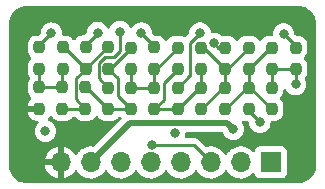
<source format=gbl>
G04 #@! TF.GenerationSoftware,KiCad,Pcbnew,(6.0.0)*
G04 #@! TF.CreationDate,2023-12-03T01:04:49-08:00*
G04 #@! TF.ProjectId,8BitSerialDACBoard,38426974-5365-4726-9961-6c444143426f,rev?*
G04 #@! TF.SameCoordinates,Original*
G04 #@! TF.FileFunction,Copper,L4,Bot*
G04 #@! TF.FilePolarity,Positive*
%FSLAX46Y46*%
G04 Gerber Fmt 4.6, Leading zero omitted, Abs format (unit mm)*
G04 Created by KiCad (PCBNEW (6.0.0)) date 2023-12-03 01:04:49*
%MOMM*%
%LPD*%
G01*
G04 APERTURE LIST*
G04 Aperture macros list*
%AMRoundRect*
0 Rectangle with rounded corners*
0 $1 Rounding radius*
0 $2 $3 $4 $5 $6 $7 $8 $9 X,Y pos of 4 corners*
0 Add a 4 corners polygon primitive as box body*
4,1,4,$2,$3,$4,$5,$6,$7,$8,$9,$2,$3,0*
0 Add four circle primitives for the rounded corners*
1,1,$1+$1,$2,$3*
1,1,$1+$1,$4,$5*
1,1,$1+$1,$6,$7*
1,1,$1+$1,$8,$9*
0 Add four rect primitives between the rounded corners*
20,1,$1+$1,$2,$3,$4,$5,0*
20,1,$1+$1,$4,$5,$6,$7,0*
20,1,$1+$1,$6,$7,$8,$9,0*
20,1,$1+$1,$8,$9,$2,$3,0*%
G04 Aperture macros list end*
G04 #@! TA.AperFunction,SMDPad,CuDef*
%ADD10RoundRect,0.237500X-0.237500X0.250000X-0.237500X-0.250000X0.237500X-0.250000X0.237500X0.250000X0*%
G04 #@! TD*
G04 #@! TA.AperFunction,SMDPad,CuDef*
%ADD11RoundRect,0.237500X0.237500X-0.250000X0.237500X0.250000X-0.237500X0.250000X-0.237500X-0.250000X0*%
G04 #@! TD*
G04 #@! TA.AperFunction,ComponentPad*
%ADD12R,1.700000X1.700000*%
G04 #@! TD*
G04 #@! TA.AperFunction,ComponentPad*
%ADD13O,1.700000X1.700000*%
G04 #@! TD*
G04 #@! TA.AperFunction,ViaPad*
%ADD14C,0.800000*%
G04 #@! TD*
G04 #@! TA.AperFunction,Conductor*
%ADD15C,0.500000*%
G04 #@! TD*
G04 #@! TA.AperFunction,Conductor*
%ADD16C,0.250000*%
G04 #@! TD*
G04 APERTURE END LIST*
D10*
X151480000Y-91575000D03*
X151480000Y-93400000D03*
D11*
X149450000Y-96785000D03*
X149450000Y-94960000D03*
D10*
X149450000Y-91575000D03*
X149450000Y-93400000D03*
D11*
X147490000Y-96785000D03*
X147490000Y-94960000D03*
D10*
X147490000Y-91575000D03*
X147490000Y-93400000D03*
X145500000Y-94960000D03*
X145500000Y-96785000D03*
X145500000Y-91570000D03*
X145500000Y-93395000D03*
X143490000Y-94965000D03*
X143490000Y-96790000D03*
D11*
X143480000Y-93400000D03*
X143480000Y-91575000D03*
D10*
X141490000Y-94965000D03*
X141490000Y-96790000D03*
X141490000Y-91575000D03*
X141490000Y-93400000D03*
X139520000Y-94960000D03*
X139520000Y-96785000D03*
X139520000Y-91567500D03*
X139520000Y-93392500D03*
D11*
X137550000Y-96790000D03*
X137550000Y-94965000D03*
D10*
X137550000Y-91575000D03*
X137550000Y-93400000D03*
X135620000Y-94965000D03*
X135620000Y-96790000D03*
X135630000Y-91565000D03*
X135630000Y-93390000D03*
D11*
X133680000Y-96765000D03*
X133680000Y-94940000D03*
D10*
X133690000Y-91545000D03*
X133690000Y-93370000D03*
X131730000Y-96775000D03*
X131730000Y-94950000D03*
D11*
X131740000Y-93380000D03*
X131740000Y-91555000D03*
D10*
X129790000Y-94935000D03*
X129790000Y-96760000D03*
X129790000Y-93380000D03*
X129790000Y-91555000D03*
D12*
X149370000Y-101300000D03*
D13*
X146830000Y-101300000D03*
X144290000Y-101300000D03*
X141750000Y-101300000D03*
X139210000Y-101300000D03*
X136670000Y-101300000D03*
X134130000Y-101300000D03*
X131590000Y-101300000D03*
D14*
X133450000Y-88450000D03*
X146400000Y-88510000D03*
X152580000Y-102170000D03*
X152610000Y-89040000D03*
X152780000Y-94540000D03*
X152800000Y-96570000D03*
X128120000Y-96160000D03*
X128210000Y-101960000D03*
X128160000Y-94290000D03*
X128250000Y-89070000D03*
X146190000Y-98480000D03*
X130290000Y-98650000D03*
X141233482Y-98826120D03*
X139303322Y-99853504D03*
X143380000Y-90340000D03*
X144548897Y-91228306D03*
X148450000Y-97890000D03*
X151470000Y-94700000D03*
X150450000Y-90420000D03*
X138420000Y-90350000D03*
X130790000Y-90360000D03*
X134710000Y-90310000D03*
X136600000Y-90230000D03*
D15*
X137453391Y-97976609D02*
X134130000Y-101300000D01*
X145686609Y-97976609D02*
X137453391Y-97976609D01*
X146190000Y-98480000D02*
X145686609Y-97976609D01*
D16*
X139303322Y-99853504D02*
X142843504Y-99853504D01*
X142843504Y-99853504D02*
X144290000Y-101300000D01*
X142500000Y-92100000D02*
X142500000Y-91220000D01*
X142460000Y-93995000D02*
X142490000Y-93965000D01*
X142500000Y-93955000D02*
X142500000Y-92100000D01*
X142500000Y-91220000D02*
X143380000Y-90340000D01*
X142490000Y-93965000D02*
X142500000Y-93955000D01*
X141490000Y-94965000D02*
X142460000Y-93995000D01*
X144890591Y-91570000D02*
X144548897Y-91228306D01*
X145500000Y-91570000D02*
X144890591Y-91570000D01*
X147490000Y-96930000D02*
X148450000Y-97890000D01*
X147490000Y-96785000D02*
X147490000Y-96930000D01*
X151480000Y-94690000D02*
X151470000Y-94700000D01*
X151480000Y-93400000D02*
X151480000Y-94690000D01*
X151480000Y-91450000D02*
X150450000Y-90420000D01*
X151480000Y-91575000D02*
X151480000Y-91450000D01*
X147625000Y-94960000D02*
X149450000Y-96785000D01*
X147490000Y-94960000D02*
X147625000Y-94960000D01*
X149315000Y-91575000D02*
X147490000Y-93400000D01*
X149450000Y-91575000D02*
X149315000Y-91575000D01*
X149450000Y-93400000D02*
X151480000Y-93400000D01*
X149450000Y-94960000D02*
X149450000Y-93400000D01*
X147490000Y-93400000D02*
X147490000Y-94960000D01*
X145670000Y-93395000D02*
X147490000Y-91575000D01*
X145500000Y-93395000D02*
X145670000Y-93395000D01*
X147325000Y-94960000D02*
X145500000Y-96785000D01*
X147490000Y-94960000D02*
X147325000Y-94960000D01*
X143680000Y-91575000D02*
X145500000Y-93395000D01*
X143480000Y-91575000D02*
X143680000Y-91575000D01*
X145320000Y-94960000D02*
X143490000Y-96790000D01*
X145500000Y-94960000D02*
X145320000Y-94960000D01*
X145500000Y-94960000D02*
X145500000Y-93395000D01*
X143315000Y-94965000D02*
X141490000Y-96790000D01*
X143490000Y-94965000D02*
X143315000Y-94965000D01*
X143490000Y-94965000D02*
X143490000Y-93410000D01*
X143490000Y-93410000D02*
X143480000Y-93400000D01*
X139520000Y-91450000D02*
X138420000Y-90350000D01*
X139520000Y-91567500D02*
X139520000Y-91450000D01*
X139672500Y-93392500D02*
X141490000Y-91575000D01*
X139520000Y-93392500D02*
X139672500Y-93392500D01*
X140319520Y-94570480D02*
X141490000Y-93400000D01*
X140319520Y-95985480D02*
X140319520Y-94570480D01*
X139520000Y-96785000D02*
X140319520Y-95985480D01*
X141485000Y-96785000D02*
X141490000Y-96790000D01*
X139520000Y-96785000D02*
X141485000Y-96785000D01*
X139520000Y-94960000D02*
X139520000Y-93392500D01*
X139515000Y-94965000D02*
X139520000Y-94960000D01*
X137550000Y-94965000D02*
X139515000Y-94965000D01*
X129790000Y-91360000D02*
X130790000Y-90360000D01*
X129790000Y-91555000D02*
X129790000Y-91360000D01*
X133690000Y-91330000D02*
X134710000Y-90310000D01*
X133690000Y-91545000D02*
X133690000Y-91330000D01*
X135630000Y-93390000D02*
X135735000Y-93390000D01*
X135735000Y-93390000D02*
X137550000Y-91575000D01*
X137550000Y-94965000D02*
X137550000Y-93400000D01*
X135495000Y-91565000D02*
X135630000Y-91565000D01*
X133690000Y-93370000D02*
X135495000Y-91565000D01*
X136102980Y-92377020D02*
X136600000Y-91880000D01*
X136600000Y-91880000D02*
X136600000Y-90230000D01*
X135360664Y-92377020D02*
X136102980Y-92377020D01*
X134830480Y-94175480D02*
X134830480Y-92907204D01*
X134830480Y-92907204D02*
X135360664Y-92377020D01*
X135620000Y-94965000D02*
X134830480Y-94175480D01*
X136419520Y-94179520D02*
X135630000Y-93390000D01*
X136419520Y-95659520D02*
X136419520Y-94179520D01*
X137550000Y-96790000D02*
X136419520Y-95659520D01*
X135620000Y-96790000D02*
X137550000Y-96790000D01*
X133680000Y-94940000D02*
X133770000Y-94940000D01*
X133770000Y-94940000D02*
X135620000Y-96790000D01*
X132880480Y-94179520D02*
X133690000Y-93370000D01*
X132880480Y-95965480D02*
X132880480Y-94179520D01*
X133680000Y-96765000D02*
X132880480Y-95965480D01*
X131875000Y-91555000D02*
X133690000Y-93370000D01*
X131740000Y-91555000D02*
X131875000Y-91555000D01*
X133670000Y-96775000D02*
X133680000Y-96765000D01*
X131730000Y-96775000D02*
X133670000Y-96775000D01*
X131730000Y-93390000D02*
X131740000Y-93380000D01*
X131730000Y-94950000D02*
X131730000Y-93390000D01*
X131715000Y-94935000D02*
X131730000Y-94950000D01*
X129790000Y-94935000D02*
X131715000Y-94935000D01*
X129790000Y-93380000D02*
X129790000Y-94935000D01*
G04 #@! TA.AperFunction,Conductor*
G36*
X151690056Y-88049500D02*
G01*
X151691431Y-88049714D01*
X151704859Y-88051805D01*
X151704861Y-88051805D01*
X151713730Y-88053186D01*
X151722632Y-88052022D01*
X151722634Y-88052022D01*
X151728959Y-88051195D01*
X151754282Y-88050452D01*
X151900552Y-88060913D01*
X151923343Y-88062543D01*
X151941137Y-88065101D01*
X152131540Y-88106521D01*
X152148788Y-88111586D01*
X152331358Y-88179682D01*
X152347710Y-88187149D01*
X152413020Y-88222810D01*
X152518734Y-88280534D01*
X152533848Y-88290248D01*
X152623683Y-88357497D01*
X152689842Y-88407023D01*
X152703428Y-88418796D01*
X152841204Y-88556572D01*
X152852977Y-88570158D01*
X152969752Y-88726152D01*
X152979469Y-88741271D01*
X153072851Y-88912290D01*
X153080318Y-88928642D01*
X153148414Y-89111212D01*
X153153480Y-89128462D01*
X153194899Y-89318863D01*
X153197457Y-89336658D01*
X153208497Y-89491017D01*
X153209041Y-89498629D01*
X153208297Y-89516533D01*
X153208195Y-89524858D01*
X153206814Y-89533730D01*
X153207978Y-89542632D01*
X153207978Y-89542635D01*
X153210936Y-89565251D01*
X153212000Y-89581589D01*
X153212000Y-101470310D01*
X153211032Y-101485895D01*
X153206861Y-101519357D01*
X153208295Y-101528216D01*
X153208295Y-101528219D01*
X153209295Y-101534394D01*
X153210805Y-101559774D01*
X153203840Y-101726883D01*
X153201779Y-101744921D01*
X153166206Y-101934095D01*
X153161574Y-101951650D01*
X153099181Y-102133752D01*
X153092074Y-102150458D01*
X153004162Y-102321697D01*
X152994728Y-102337208D01*
X152899587Y-102470896D01*
X152883117Y-102494038D01*
X152871554Y-102508031D01*
X152818246Y-102563812D01*
X152738560Y-102647195D01*
X152725103Y-102659383D01*
X152573493Y-102777986D01*
X152558427Y-102788112D01*
X152501513Y-102820671D01*
X152391340Y-102883698D01*
X152374987Y-102891548D01*
X152195883Y-102962136D01*
X152178565Y-102967555D01*
X151991200Y-103011663D01*
X151973275Y-103014540D01*
X151904278Y-103020558D01*
X151813712Y-103028456D01*
X151796498Y-103028003D01*
X151796498Y-103028004D01*
X151787527Y-103028028D01*
X151778632Y-103026778D01*
X151751762Y-103030699D01*
X151733625Y-103032020D01*
X149519113Y-103032980D01*
X128755447Y-103041982D01*
X128739166Y-103040933D01*
X128721437Y-103038631D01*
X128707492Y-103036820D01*
X128698630Y-103038208D01*
X128698625Y-103038208D01*
X128692536Y-103039162D01*
X128667076Y-103040538D01*
X128502050Y-103032715D01*
X128483882Y-103030523D01*
X128297052Y-102994062D01*
X128279393Y-102989262D01*
X128202233Y-102962133D01*
X128099809Y-102926121D01*
X128083036Y-102918815D01*
X127914502Y-102830332D01*
X127898959Y-102820671D01*
X127745006Y-102708698D01*
X127731038Y-102696897D01*
X127594932Y-102563809D01*
X127582815Y-102550102D01*
X127467422Y-102398701D01*
X127457416Y-102383380D01*
X127365175Y-102216869D01*
X127357493Y-102200259D01*
X127290345Y-102022143D01*
X127285150Y-102004597D01*
X127264390Y-101909603D01*
X127244508Y-101818623D01*
X127241911Y-101800513D01*
X127230885Y-101642785D01*
X127231639Y-101625600D01*
X127231623Y-101625600D01*
X127231759Y-101616625D01*
X127233166Y-101607756D01*
X127229017Y-101575297D01*
X127228550Y-101567966D01*
X130258257Y-101567966D01*
X130288565Y-101702446D01*
X130291645Y-101712275D01*
X130371770Y-101909603D01*
X130376413Y-101918794D01*
X130487694Y-102100388D01*
X130493777Y-102108699D01*
X130633213Y-102269667D01*
X130640580Y-102276883D01*
X130804434Y-102412916D01*
X130812881Y-102418831D01*
X130996756Y-102526279D01*
X131006042Y-102530729D01*
X131205001Y-102606703D01*
X131214899Y-102609579D01*
X131318250Y-102630606D01*
X131332299Y-102629410D01*
X131336000Y-102619065D01*
X131336000Y-101572115D01*
X131331525Y-101556876D01*
X131330135Y-101555671D01*
X131322452Y-101554000D01*
X130273225Y-101554000D01*
X130259694Y-101557973D01*
X130258257Y-101567966D01*
X127228550Y-101567966D01*
X127228000Y-101559321D01*
X127228000Y-101034183D01*
X130254389Y-101034183D01*
X130255912Y-101042607D01*
X130268292Y-101046000D01*
X131317885Y-101046000D01*
X131333124Y-101041525D01*
X131334329Y-101040135D01*
X131336000Y-101032452D01*
X131336000Y-99983102D01*
X131332082Y-99969758D01*
X131317806Y-99967771D01*
X131279324Y-99973660D01*
X131269288Y-99976051D01*
X131066868Y-100042212D01*
X131057359Y-100046209D01*
X130868463Y-100144542D01*
X130859738Y-100150036D01*
X130689433Y-100277905D01*
X130681726Y-100284748D01*
X130534590Y-100438717D01*
X130528104Y-100446727D01*
X130408098Y-100622649D01*
X130403000Y-100631623D01*
X130313338Y-100824783D01*
X130309775Y-100834470D01*
X130254389Y-101034183D01*
X127228000Y-101034183D01*
X127228000Y-95234572D01*
X128806500Y-95234572D01*
X128817293Y-95338593D01*
X128819474Y-95345129D01*
X128819474Y-95345131D01*
X128863768Y-95477895D01*
X128872346Y-95503607D01*
X128963884Y-95651531D01*
X129071141Y-95758601D01*
X129105220Y-95820882D01*
X129100217Y-95891702D01*
X129071296Y-95936791D01*
X128968637Y-96039629D01*
X128959625Y-96051040D01*
X128876088Y-96186563D01*
X128869944Y-96199741D01*
X128819685Y-96351266D01*
X128816819Y-96364632D01*
X128807328Y-96457270D01*
X128807000Y-96463685D01*
X128807000Y-96487885D01*
X128811475Y-96503124D01*
X128812865Y-96504329D01*
X128820548Y-96506000D01*
X129918000Y-96506000D01*
X129986121Y-96526002D01*
X130032614Y-96579658D01*
X130044000Y-96632000D01*
X130044000Y-96888000D01*
X130023998Y-96956121D01*
X129970342Y-97002614D01*
X129918000Y-97014000D01*
X128825115Y-97014000D01*
X128809876Y-97018475D01*
X128808671Y-97019865D01*
X128807000Y-97027548D01*
X128807000Y-97056266D01*
X128807337Y-97062782D01*
X128817075Y-97156632D01*
X128819968Y-97170028D01*
X128870488Y-97321453D01*
X128876653Y-97334615D01*
X128960426Y-97469992D01*
X128969460Y-97481390D01*
X129082129Y-97593863D01*
X129093540Y-97602875D01*
X129229063Y-97686412D01*
X129242241Y-97692556D01*
X129393766Y-97742815D01*
X129407132Y-97745681D01*
X129499770Y-97755172D01*
X129506185Y-97755500D01*
X129591024Y-97755500D01*
X129659145Y-97775502D01*
X129705638Y-97829158D01*
X129715742Y-97899432D01*
X129686248Y-97964012D01*
X129680537Y-97969834D01*
X129678747Y-97971134D01*
X129674325Y-97976045D01*
X129674323Y-97976047D01*
X129555379Y-98108148D01*
X129550960Y-98113056D01*
X129455473Y-98278444D01*
X129396458Y-98460072D01*
X129395768Y-98466633D01*
X129395768Y-98466635D01*
X129385023Y-98568866D01*
X129376496Y-98650000D01*
X129377186Y-98656565D01*
X129391960Y-98797128D01*
X129396458Y-98839928D01*
X129455473Y-99021556D01*
X129550960Y-99186944D01*
X129555378Y-99191851D01*
X129555379Y-99191852D01*
X129660631Y-99308746D01*
X129678747Y-99328866D01*
X129833248Y-99441118D01*
X129839276Y-99443802D01*
X129839278Y-99443803D01*
X130001681Y-99516109D01*
X130007712Y-99518794D01*
X130101112Y-99538647D01*
X130188056Y-99557128D01*
X130188061Y-99557128D01*
X130194513Y-99558500D01*
X130385487Y-99558500D01*
X130391939Y-99557128D01*
X130391944Y-99557128D01*
X130478888Y-99538647D01*
X130572288Y-99518794D01*
X130578319Y-99516109D01*
X130740722Y-99443803D01*
X130740724Y-99443802D01*
X130746752Y-99441118D01*
X130901253Y-99328866D01*
X130919369Y-99308746D01*
X131024621Y-99191852D01*
X131024622Y-99191851D01*
X131029040Y-99186944D01*
X131124527Y-99021556D01*
X131183542Y-98839928D01*
X131188041Y-98797128D01*
X131202814Y-98656565D01*
X131203504Y-98650000D01*
X131194977Y-98568866D01*
X131184232Y-98466635D01*
X131184232Y-98466633D01*
X131183542Y-98460072D01*
X131124527Y-98278444D01*
X131029040Y-98113056D01*
X131019735Y-98102721D01*
X130905675Y-97976045D01*
X130905674Y-97976044D01*
X130901253Y-97971134D01*
X130746752Y-97858882D01*
X130740724Y-97856198D01*
X130740722Y-97856197D01*
X130578317Y-97783890D01*
X130578315Y-97783889D01*
X130572288Y-97781206D01*
X130568886Y-97780483D01*
X130511237Y-97741061D01*
X130483602Y-97675663D01*
X130495710Y-97605707D01*
X130519608Y-97572286D01*
X130611363Y-97480371D01*
X130620375Y-97468960D01*
X130647832Y-97424416D01*
X130700604Y-97376923D01*
X130770676Y-97365499D01*
X130835799Y-97393773D01*
X130862236Y-97424229D01*
X130874163Y-97443502D01*
X130903884Y-97491531D01*
X130909066Y-97496704D01*
X131021816Y-97609258D01*
X131021821Y-97609262D01*
X131026997Y-97614429D01*
X131033227Y-97618269D01*
X131033228Y-97618270D01*
X131162595Y-97698013D01*
X131175080Y-97705709D01*
X131340191Y-97760474D01*
X131347027Y-97761174D01*
X131347030Y-97761175D01*
X131396947Y-97766289D01*
X131442928Y-97771000D01*
X132017072Y-97771000D01*
X132020318Y-97770663D01*
X132020322Y-97770663D01*
X132114235Y-97760919D01*
X132114239Y-97760918D01*
X132121093Y-97760207D01*
X132127629Y-97758026D01*
X132127631Y-97758026D01*
X132267691Y-97711298D01*
X132286107Y-97705154D01*
X132434031Y-97613616D01*
X132449187Y-97598434D01*
X132540929Y-97506531D01*
X132556929Y-97490503D01*
X132560769Y-97484274D01*
X132570564Y-97468384D01*
X132623336Y-97420891D01*
X132677824Y-97408500D01*
X132738489Y-97408500D01*
X132806610Y-97428502D01*
X132845632Y-97468196D01*
X132853884Y-97481531D01*
X132859066Y-97486704D01*
X132971816Y-97599258D01*
X132971821Y-97599262D01*
X132976997Y-97604429D01*
X132983227Y-97608269D01*
X132983228Y-97608270D01*
X133114005Y-97688882D01*
X133125080Y-97695709D01*
X133290191Y-97750474D01*
X133297027Y-97751174D01*
X133297030Y-97751175D01*
X133339246Y-97755500D01*
X133392928Y-97761000D01*
X133967072Y-97761000D01*
X133970318Y-97760663D01*
X133970322Y-97760663D01*
X134064235Y-97750919D01*
X134064239Y-97750918D01*
X134071093Y-97750207D01*
X134077629Y-97748026D01*
X134077631Y-97748026D01*
X134217691Y-97701298D01*
X134236107Y-97695154D01*
X134384031Y-97603616D01*
X134413089Y-97574507D01*
X134501758Y-97485684D01*
X134501762Y-97485679D01*
X134506929Y-97480503D01*
X134514400Y-97468384D01*
X134535038Y-97434902D01*
X134587809Y-97387408D01*
X134657881Y-97375984D01*
X134723005Y-97404258D01*
X134749442Y-97434714D01*
X134781615Y-97486704D01*
X134793884Y-97506531D01*
X134799066Y-97511704D01*
X134911816Y-97624258D01*
X134911821Y-97624262D01*
X134916997Y-97629429D01*
X134923227Y-97633269D01*
X134923228Y-97633270D01*
X135056969Y-97715709D01*
X135065080Y-97720709D01*
X135230191Y-97775474D01*
X135237027Y-97776174D01*
X135237030Y-97776175D01*
X135280837Y-97780663D01*
X135332928Y-97786000D01*
X135907072Y-97786000D01*
X135910318Y-97785663D01*
X135910322Y-97785663D01*
X136004235Y-97775919D01*
X136004239Y-97775918D01*
X136011093Y-97775207D01*
X136017629Y-97773026D01*
X136017631Y-97773026D01*
X136150395Y-97728732D01*
X136176107Y-97720154D01*
X136324031Y-97628616D01*
X136344342Y-97608270D01*
X136441760Y-97510681D01*
X136446929Y-97505503D01*
X136452353Y-97496704D01*
X136460564Y-97483384D01*
X136513336Y-97435891D01*
X136567824Y-97423500D01*
X136602301Y-97423500D01*
X136670422Y-97443502D01*
X136709444Y-97483196D01*
X136719892Y-97500081D01*
X136738730Y-97568530D01*
X136717569Y-97636300D01*
X136701843Y-97655477D01*
X134437297Y-99920023D01*
X134374985Y-99954049D01*
X134326106Y-99954975D01*
X134263373Y-99943800D01*
X134263367Y-99943799D01*
X134258284Y-99942894D01*
X134184452Y-99941992D01*
X134040081Y-99940228D01*
X134040079Y-99940228D01*
X134034911Y-99940165D01*
X133814091Y-99973955D01*
X133601756Y-100043357D01*
X133403607Y-100146507D01*
X133399474Y-100149610D01*
X133399471Y-100149612D01*
X133229107Y-100277525D01*
X133224965Y-100280635D01*
X133199541Y-100307240D01*
X133131280Y-100378671D01*
X133070629Y-100442138D01*
X133067720Y-100446403D01*
X133067714Y-100446411D01*
X133055404Y-100464457D01*
X132963204Y-100599618D01*
X132962898Y-100600066D01*
X132907987Y-100645069D01*
X132837462Y-100653240D01*
X132773715Y-100621986D01*
X132753018Y-100597502D01*
X132672426Y-100472926D01*
X132666136Y-100464757D01*
X132522806Y-100307240D01*
X132515273Y-100300215D01*
X132348139Y-100168222D01*
X132339552Y-100162517D01*
X132153117Y-100059599D01*
X132143705Y-100055369D01*
X131942959Y-99984280D01*
X131932988Y-99981646D01*
X131861837Y-99968972D01*
X131848540Y-99970432D01*
X131844000Y-99984989D01*
X131844000Y-102618517D01*
X131848064Y-102632359D01*
X131861478Y-102634393D01*
X131868184Y-102633534D01*
X131878262Y-102631392D01*
X132082255Y-102570191D01*
X132091842Y-102566433D01*
X132283095Y-102472739D01*
X132291945Y-102467464D01*
X132465328Y-102343792D01*
X132473200Y-102337139D01*
X132624052Y-102186812D01*
X132630730Y-102178965D01*
X132758022Y-102001819D01*
X132759279Y-102002722D01*
X132806373Y-101959362D01*
X132876311Y-101947145D01*
X132941751Y-101974678D01*
X132969579Y-102006511D01*
X132979158Y-102022143D01*
X133029987Y-102105088D01*
X133176250Y-102273938D01*
X133348126Y-102416632D01*
X133541000Y-102529338D01*
X133749692Y-102609030D01*
X133754760Y-102610061D01*
X133754763Y-102610062D01*
X133849862Y-102629410D01*
X133968597Y-102653567D01*
X133973772Y-102653757D01*
X133973774Y-102653757D01*
X134186673Y-102661564D01*
X134186677Y-102661564D01*
X134191837Y-102661753D01*
X134196957Y-102661097D01*
X134196959Y-102661097D01*
X134408288Y-102634025D01*
X134408289Y-102634025D01*
X134413416Y-102633368D01*
X134418366Y-102631883D01*
X134622429Y-102570661D01*
X134622434Y-102570659D01*
X134627384Y-102569174D01*
X134827994Y-102470896D01*
X135009860Y-102341173D01*
X135168096Y-102183489D01*
X135188509Y-102155082D01*
X135298453Y-102002077D01*
X135299776Y-102003028D01*
X135346645Y-101959857D01*
X135416580Y-101947625D01*
X135482026Y-101975144D01*
X135509875Y-102006994D01*
X135519158Y-102022143D01*
X135569987Y-102105088D01*
X135716250Y-102273938D01*
X135888126Y-102416632D01*
X136081000Y-102529338D01*
X136289692Y-102609030D01*
X136294760Y-102610061D01*
X136294763Y-102610062D01*
X136389862Y-102629410D01*
X136508597Y-102653567D01*
X136513772Y-102653757D01*
X136513774Y-102653757D01*
X136726673Y-102661564D01*
X136726677Y-102661564D01*
X136731837Y-102661753D01*
X136736957Y-102661097D01*
X136736959Y-102661097D01*
X136948288Y-102634025D01*
X136948289Y-102634025D01*
X136953416Y-102633368D01*
X136958366Y-102631883D01*
X137162429Y-102570661D01*
X137162434Y-102570659D01*
X137167384Y-102569174D01*
X137367994Y-102470896D01*
X137549860Y-102341173D01*
X137708096Y-102183489D01*
X137728509Y-102155082D01*
X137838453Y-102002077D01*
X137839776Y-102003028D01*
X137886645Y-101959857D01*
X137956580Y-101947625D01*
X138022026Y-101975144D01*
X138049875Y-102006994D01*
X138059158Y-102022143D01*
X138109987Y-102105088D01*
X138256250Y-102273938D01*
X138428126Y-102416632D01*
X138621000Y-102529338D01*
X138829692Y-102609030D01*
X138834760Y-102610061D01*
X138834763Y-102610062D01*
X138929862Y-102629410D01*
X139048597Y-102653567D01*
X139053772Y-102653757D01*
X139053774Y-102653757D01*
X139266673Y-102661564D01*
X139266677Y-102661564D01*
X139271837Y-102661753D01*
X139276957Y-102661097D01*
X139276959Y-102661097D01*
X139488288Y-102634025D01*
X139488289Y-102634025D01*
X139493416Y-102633368D01*
X139498366Y-102631883D01*
X139702429Y-102570661D01*
X139702434Y-102570659D01*
X139707384Y-102569174D01*
X139907994Y-102470896D01*
X140089860Y-102341173D01*
X140248096Y-102183489D01*
X140268509Y-102155082D01*
X140378453Y-102002077D01*
X140379776Y-102003028D01*
X140426645Y-101959857D01*
X140496580Y-101947625D01*
X140562026Y-101975144D01*
X140589875Y-102006994D01*
X140599158Y-102022143D01*
X140649987Y-102105088D01*
X140796250Y-102273938D01*
X140968126Y-102416632D01*
X141161000Y-102529338D01*
X141369692Y-102609030D01*
X141374760Y-102610061D01*
X141374763Y-102610062D01*
X141469862Y-102629410D01*
X141588597Y-102653567D01*
X141593772Y-102653757D01*
X141593774Y-102653757D01*
X141806673Y-102661564D01*
X141806677Y-102661564D01*
X141811837Y-102661753D01*
X141816957Y-102661097D01*
X141816959Y-102661097D01*
X142028288Y-102634025D01*
X142028289Y-102634025D01*
X142033416Y-102633368D01*
X142038366Y-102631883D01*
X142242429Y-102570661D01*
X142242434Y-102570659D01*
X142247384Y-102569174D01*
X142447994Y-102470896D01*
X142629860Y-102341173D01*
X142788096Y-102183489D01*
X142808509Y-102155082D01*
X142918453Y-102002077D01*
X142919776Y-102003028D01*
X142966645Y-101959857D01*
X143036580Y-101947625D01*
X143102026Y-101975144D01*
X143129875Y-102006994D01*
X143139158Y-102022143D01*
X143189987Y-102105088D01*
X143336250Y-102273938D01*
X143508126Y-102416632D01*
X143701000Y-102529338D01*
X143909692Y-102609030D01*
X143914760Y-102610061D01*
X143914763Y-102610062D01*
X144009862Y-102629410D01*
X144128597Y-102653567D01*
X144133772Y-102653757D01*
X144133774Y-102653757D01*
X144346673Y-102661564D01*
X144346677Y-102661564D01*
X144351837Y-102661753D01*
X144356957Y-102661097D01*
X144356959Y-102661097D01*
X144568288Y-102634025D01*
X144568289Y-102634025D01*
X144573416Y-102633368D01*
X144578366Y-102631883D01*
X144782429Y-102570661D01*
X144782434Y-102570659D01*
X144787384Y-102569174D01*
X144987994Y-102470896D01*
X145169860Y-102341173D01*
X145328096Y-102183489D01*
X145348509Y-102155082D01*
X145458453Y-102002077D01*
X145459776Y-102003028D01*
X145506645Y-101959857D01*
X145576580Y-101947625D01*
X145642026Y-101975144D01*
X145669875Y-102006994D01*
X145679158Y-102022143D01*
X145729987Y-102105088D01*
X145876250Y-102273938D01*
X146048126Y-102416632D01*
X146241000Y-102529338D01*
X146449692Y-102609030D01*
X146454760Y-102610061D01*
X146454763Y-102610062D01*
X146549862Y-102629410D01*
X146668597Y-102653567D01*
X146673772Y-102653757D01*
X146673774Y-102653757D01*
X146886673Y-102661564D01*
X146886677Y-102661564D01*
X146891837Y-102661753D01*
X146896957Y-102661097D01*
X146896959Y-102661097D01*
X147108288Y-102634025D01*
X147108289Y-102634025D01*
X147113416Y-102633368D01*
X147118366Y-102631883D01*
X147322429Y-102570661D01*
X147322434Y-102570659D01*
X147327384Y-102569174D01*
X147527994Y-102470896D01*
X147709860Y-102341173D01*
X147818091Y-102233319D01*
X147880462Y-102199404D01*
X147951268Y-102204592D01*
X148008030Y-102247238D01*
X148025012Y-102278341D01*
X148069385Y-102396705D01*
X148156739Y-102513261D01*
X148273295Y-102600615D01*
X148409684Y-102651745D01*
X148471866Y-102658500D01*
X150268134Y-102658500D01*
X150330316Y-102651745D01*
X150466705Y-102600615D01*
X150583261Y-102513261D01*
X150670615Y-102396705D01*
X150721745Y-102260316D01*
X150728500Y-102198134D01*
X150728500Y-100401866D01*
X150721745Y-100339684D01*
X150670615Y-100203295D01*
X150583261Y-100086739D01*
X150466705Y-99999385D01*
X150330316Y-99948255D01*
X150268134Y-99941500D01*
X148471866Y-99941500D01*
X148409684Y-99948255D01*
X148273295Y-99999385D01*
X148156739Y-100086739D01*
X148069385Y-100203295D01*
X148066233Y-100211703D01*
X148024919Y-100321907D01*
X147982277Y-100378671D01*
X147915716Y-100403371D01*
X147846367Y-100388163D01*
X147813743Y-100362476D01*
X147763151Y-100306875D01*
X147763142Y-100306866D01*
X147759670Y-100303051D01*
X147755619Y-100299852D01*
X147755615Y-100299848D01*
X147588414Y-100167800D01*
X147588410Y-100167798D01*
X147584359Y-100164598D01*
X147548028Y-100144542D01*
X147532136Y-100135769D01*
X147388789Y-100056638D01*
X147383920Y-100054914D01*
X147383916Y-100054912D01*
X147183087Y-99983795D01*
X147183083Y-99983794D01*
X147178212Y-99982069D01*
X147173119Y-99981162D01*
X147173116Y-99981161D01*
X146963373Y-99943800D01*
X146963367Y-99943799D01*
X146958284Y-99942894D01*
X146884452Y-99941992D01*
X146740081Y-99940228D01*
X146740079Y-99940228D01*
X146734911Y-99940165D01*
X146514091Y-99973955D01*
X146301756Y-100043357D01*
X146103607Y-100146507D01*
X146099474Y-100149610D01*
X146099471Y-100149612D01*
X145929107Y-100277525D01*
X145924965Y-100280635D01*
X145899541Y-100307240D01*
X145831280Y-100378671D01*
X145770629Y-100442138D01*
X145663201Y-100599621D01*
X145608293Y-100644621D01*
X145537768Y-100652792D01*
X145474021Y-100621538D01*
X145453324Y-100597054D01*
X145372822Y-100472617D01*
X145372820Y-100472614D01*
X145370014Y-100468277D01*
X145219670Y-100303051D01*
X145215619Y-100299852D01*
X145215615Y-100299848D01*
X145048414Y-100167800D01*
X145048410Y-100167798D01*
X145044359Y-100164598D01*
X145008028Y-100144542D01*
X144992136Y-100135769D01*
X144848789Y-100056638D01*
X144843920Y-100054914D01*
X144843916Y-100054912D01*
X144643087Y-99983795D01*
X144643083Y-99983794D01*
X144638212Y-99982069D01*
X144633119Y-99981162D01*
X144633116Y-99981161D01*
X144423373Y-99943800D01*
X144423367Y-99943799D01*
X144418284Y-99942894D01*
X144344452Y-99941992D01*
X144200081Y-99940228D01*
X144200079Y-99940228D01*
X144194911Y-99940165D01*
X143974091Y-99973955D01*
X143961532Y-99978060D01*
X143890568Y-99980210D01*
X143833294Y-99947389D01*
X143347156Y-99461251D01*
X143339616Y-99452965D01*
X143335504Y-99446486D01*
X143285852Y-99399860D01*
X143283011Y-99397106D01*
X143263274Y-99377369D01*
X143260077Y-99374889D01*
X143251055Y-99367184D01*
X143224604Y-99342345D01*
X143218825Y-99336918D01*
X143211879Y-99333099D01*
X143211876Y-99333097D01*
X143201070Y-99327156D01*
X143184551Y-99316305D01*
X143178552Y-99311652D01*
X143168545Y-99303890D01*
X143161276Y-99300745D01*
X143161272Y-99300742D01*
X143127967Y-99286330D01*
X143117317Y-99281113D01*
X143078564Y-99259809D01*
X143058941Y-99254771D01*
X143040238Y-99248367D01*
X143028924Y-99243471D01*
X143028923Y-99243471D01*
X143021649Y-99240323D01*
X143013826Y-99239084D01*
X143013816Y-99239081D01*
X142977980Y-99233405D01*
X142966360Y-99230999D01*
X142931215Y-99221976D01*
X142931214Y-99221976D01*
X142923534Y-99220004D01*
X142903280Y-99220004D01*
X142883569Y-99218453D01*
X142871390Y-99216524D01*
X142863561Y-99215284D01*
X142855669Y-99216030D01*
X142819543Y-99219445D01*
X142807685Y-99220004D01*
X142234179Y-99220004D01*
X142166058Y-99200002D01*
X142119565Y-99146346D01*
X142109461Y-99076072D01*
X142114346Y-99055069D01*
X142124984Y-99022329D01*
X142124986Y-99022322D01*
X142127024Y-99016048D01*
X142130554Y-98982469D01*
X142144693Y-98847938D01*
X142171706Y-98782282D01*
X142229928Y-98741652D01*
X142270003Y-98735109D01*
X145226093Y-98735109D01*
X145294214Y-98755111D01*
X145340707Y-98808767D01*
X145345925Y-98822171D01*
X145355473Y-98851556D01*
X145358776Y-98857278D01*
X145358777Y-98857279D01*
X145376786Y-98888471D01*
X145450960Y-99016944D01*
X145455378Y-99021851D01*
X145455379Y-99021852D01*
X145504199Y-99076072D01*
X145578747Y-99158866D01*
X145660761Y-99218453D01*
X145717683Y-99259809D01*
X145733248Y-99271118D01*
X145739276Y-99273802D01*
X145739278Y-99273803D01*
X145881038Y-99336918D01*
X145907712Y-99348794D01*
X145994230Y-99367184D01*
X146088056Y-99387128D01*
X146088061Y-99387128D01*
X146094513Y-99388500D01*
X146285487Y-99388500D01*
X146291939Y-99387128D01*
X146291944Y-99387128D01*
X146385770Y-99367184D01*
X146472288Y-99348794D01*
X146498962Y-99336918D01*
X146640722Y-99273803D01*
X146640724Y-99273802D01*
X146646752Y-99271118D01*
X146662318Y-99259809D01*
X146719239Y-99218453D01*
X146801253Y-99158866D01*
X146875801Y-99076072D01*
X146924621Y-99021852D01*
X146924622Y-99021851D01*
X146929040Y-99016944D01*
X147003214Y-98888471D01*
X147021223Y-98857279D01*
X147021224Y-98857278D01*
X147024527Y-98851556D01*
X147083542Y-98669928D01*
X147084947Y-98656565D01*
X147102814Y-98486565D01*
X147103504Y-98480000D01*
X147083542Y-98290072D01*
X147024527Y-98108444D01*
X147004274Y-98073365D01*
X146930892Y-97946263D01*
X146914154Y-97877268D01*
X146937375Y-97810176D01*
X146993182Y-97766289D01*
X147063857Y-97759540D01*
X147079673Y-97763668D01*
X147100191Y-97770474D01*
X147107027Y-97771174D01*
X147107030Y-97771175D01*
X147158526Y-97776451D01*
X147202928Y-97781000D01*
X147392906Y-97781000D01*
X147461027Y-97801002D01*
X147482001Y-97817905D01*
X147502878Y-97838782D01*
X147536904Y-97901094D01*
X147539092Y-97914703D01*
X147556458Y-98079928D01*
X147615473Y-98261556D01*
X147710960Y-98426944D01*
X147715378Y-98431851D01*
X147715379Y-98431852D01*
X147758732Y-98480000D01*
X147838747Y-98568866D01*
X147993248Y-98681118D01*
X147999276Y-98683802D01*
X147999278Y-98683803D01*
X148161681Y-98756109D01*
X148167712Y-98758794D01*
X148261113Y-98778647D01*
X148348056Y-98797128D01*
X148348061Y-98797128D01*
X148354513Y-98798500D01*
X148545487Y-98798500D01*
X148551939Y-98797128D01*
X148551944Y-98797128D01*
X148638887Y-98778647D01*
X148732288Y-98758794D01*
X148738319Y-98756109D01*
X148900722Y-98683803D01*
X148900724Y-98683802D01*
X148906752Y-98681118D01*
X149061253Y-98568866D01*
X149141268Y-98480000D01*
X149184621Y-98431852D01*
X149184622Y-98431851D01*
X149189040Y-98426944D01*
X149284527Y-98261556D01*
X149343542Y-98079928D01*
X149363102Y-97893829D01*
X149390114Y-97828173D01*
X149448335Y-97787543D01*
X149488411Y-97781000D01*
X149737072Y-97781000D01*
X149740318Y-97780663D01*
X149740322Y-97780663D01*
X149834235Y-97770919D01*
X149834239Y-97770918D01*
X149841093Y-97770207D01*
X149847629Y-97768026D01*
X149847631Y-97768026D01*
X149999159Y-97717472D01*
X150006107Y-97715154D01*
X150154031Y-97623616D01*
X150168364Y-97609258D01*
X150271758Y-97505684D01*
X150271762Y-97505679D01*
X150276929Y-97500503D01*
X150281121Y-97493702D01*
X150364369Y-97358650D01*
X150364370Y-97358648D01*
X150368209Y-97352420D01*
X150422974Y-97187309D01*
X150433500Y-97084572D01*
X150433500Y-96485428D01*
X150433163Y-96482178D01*
X150423419Y-96388265D01*
X150423418Y-96388261D01*
X150422707Y-96381407D01*
X150417111Y-96364632D01*
X150369972Y-96223341D01*
X150367654Y-96216393D01*
X150276116Y-96068469D01*
X150246205Y-96038610D01*
X150169214Y-95961753D01*
X150135135Y-95899470D01*
X150140138Y-95828650D01*
X150169059Y-95783563D01*
X150271754Y-95680688D01*
X150271758Y-95680683D01*
X150276929Y-95675503D01*
X150280770Y-95669272D01*
X150364369Y-95533650D01*
X150364370Y-95533648D01*
X150368209Y-95527420D01*
X150422974Y-95362309D01*
X150426107Y-95331735D01*
X150433172Y-95262771D01*
X150433500Y-95259572D01*
X150433500Y-95191966D01*
X150453502Y-95123845D01*
X150507158Y-95077352D01*
X150577432Y-95067248D01*
X150642012Y-95096742D01*
X150668618Y-95128965D01*
X150730960Y-95236944D01*
X150858747Y-95378866D01*
X151013248Y-95491118D01*
X151019276Y-95493802D01*
X151019278Y-95493803D01*
X151181681Y-95566109D01*
X151187712Y-95568794D01*
X151280430Y-95588502D01*
X151368056Y-95607128D01*
X151368061Y-95607128D01*
X151374513Y-95608500D01*
X151565487Y-95608500D01*
X151571939Y-95607128D01*
X151571944Y-95607128D01*
X151659570Y-95588502D01*
X151752288Y-95568794D01*
X151758319Y-95566109D01*
X151920722Y-95493803D01*
X151920724Y-95493802D01*
X151926752Y-95491118D01*
X152081253Y-95378866D01*
X152209040Y-95236944D01*
X152304527Y-95071556D01*
X152363542Y-94889928D01*
X152364859Y-94877404D01*
X152382814Y-94706565D01*
X152383504Y-94700000D01*
X152375777Y-94626483D01*
X152364232Y-94516635D01*
X152364232Y-94516633D01*
X152363542Y-94510072D01*
X152304527Y-94328444D01*
X152275813Y-94278710D01*
X152259075Y-94209715D01*
X152282295Y-94142623D01*
X152295758Y-94126694D01*
X152306929Y-94115503D01*
X152310770Y-94109272D01*
X152394369Y-93973650D01*
X152394370Y-93973648D01*
X152398209Y-93967420D01*
X152452974Y-93802309D01*
X152463500Y-93699572D01*
X152463500Y-93100428D01*
X152452707Y-92996407D01*
X152446035Y-92976407D01*
X152399972Y-92838341D01*
X152397654Y-92831393D01*
X152306116Y-92683469D01*
X152280899Y-92658296D01*
X152199214Y-92576753D01*
X152165135Y-92514470D01*
X152170138Y-92443650D01*
X152199059Y-92398563D01*
X152301754Y-92295688D01*
X152301758Y-92295683D01*
X152306929Y-92290503D01*
X152310770Y-92284272D01*
X152394369Y-92148650D01*
X152394370Y-92148648D01*
X152398209Y-92142420D01*
X152452974Y-91977309D01*
X152463500Y-91874572D01*
X152463500Y-91275428D01*
X152452707Y-91171407D01*
X152446035Y-91151407D01*
X152399972Y-91013341D01*
X152397654Y-91006393D01*
X152306116Y-90858469D01*
X152280899Y-90833296D01*
X152188184Y-90740742D01*
X152188179Y-90740738D01*
X152183003Y-90735571D01*
X152170836Y-90728071D01*
X152041150Y-90648131D01*
X152041148Y-90648130D01*
X152034920Y-90644291D01*
X151869809Y-90589526D01*
X151862973Y-90588826D01*
X151862970Y-90588825D01*
X151811474Y-90583549D01*
X151767072Y-90579000D01*
X151557094Y-90579000D01*
X151488973Y-90558998D01*
X151467999Y-90542095D01*
X151397122Y-90471218D01*
X151363096Y-90408906D01*
X151360907Y-90395293D01*
X151359400Y-90380949D01*
X151343542Y-90230072D01*
X151284527Y-90048444D01*
X151279694Y-90040072D01*
X151192341Y-89888774D01*
X151189040Y-89883056D01*
X151085577Y-89768148D01*
X151065675Y-89746045D01*
X151065674Y-89746044D01*
X151061253Y-89741134D01*
X150951143Y-89661134D01*
X150912094Y-89632763D01*
X150912093Y-89632762D01*
X150906752Y-89628882D01*
X150900724Y-89626198D01*
X150900722Y-89626197D01*
X150738319Y-89553891D01*
X150738318Y-89553891D01*
X150732288Y-89551206D01*
X150638888Y-89531353D01*
X150551944Y-89512872D01*
X150551939Y-89512872D01*
X150545487Y-89511500D01*
X150354513Y-89511500D01*
X150348061Y-89512872D01*
X150348056Y-89512872D01*
X150261113Y-89531353D01*
X150167712Y-89551206D01*
X150161682Y-89553891D01*
X150161681Y-89553891D01*
X149999278Y-89626197D01*
X149999276Y-89626198D01*
X149993248Y-89628882D01*
X149987907Y-89632762D01*
X149987906Y-89632763D01*
X149948857Y-89661134D01*
X149838747Y-89741134D01*
X149834326Y-89746044D01*
X149834325Y-89746045D01*
X149814424Y-89768148D01*
X149710960Y-89883056D01*
X149707659Y-89888774D01*
X149620307Y-90040072D01*
X149615473Y-90048444D01*
X149556458Y-90230072D01*
X149536496Y-90420000D01*
X149537186Y-90426565D01*
X149537186Y-90426567D01*
X149538580Y-90439831D01*
X149525807Y-90509669D01*
X149477305Y-90561515D01*
X149413270Y-90579000D01*
X149162928Y-90579000D01*
X149159682Y-90579337D01*
X149159678Y-90579337D01*
X149065765Y-90589081D01*
X149065761Y-90589082D01*
X149058907Y-90589793D01*
X149052371Y-90591974D01*
X149052369Y-90591974D01*
X148983814Y-90614846D01*
X148893893Y-90644846D01*
X148745969Y-90736384D01*
X148740796Y-90741566D01*
X148628242Y-90854316D01*
X148628238Y-90854321D01*
X148623071Y-90859497D01*
X148578767Y-90931372D01*
X148577261Y-90933815D01*
X148524489Y-90981308D01*
X148454418Y-90992732D01*
X148389294Y-90964458D01*
X148362860Y-90934007D01*
X148316116Y-90858469D01*
X148290899Y-90833296D01*
X148198184Y-90740742D01*
X148198179Y-90740738D01*
X148193003Y-90735571D01*
X148180836Y-90728071D01*
X148051150Y-90648131D01*
X148051148Y-90648130D01*
X148044920Y-90644291D01*
X147879809Y-90589526D01*
X147872973Y-90588826D01*
X147872970Y-90588825D01*
X147821474Y-90583549D01*
X147777072Y-90579000D01*
X147202928Y-90579000D01*
X147199682Y-90579337D01*
X147199678Y-90579337D01*
X147105765Y-90589081D01*
X147105761Y-90589082D01*
X147098907Y-90589793D01*
X147092371Y-90591974D01*
X147092369Y-90591974D01*
X147023814Y-90614846D01*
X146933893Y-90644846D01*
X146785969Y-90736384D01*
X146780796Y-90741566D01*
X146668242Y-90854316D01*
X146668238Y-90854321D01*
X146663071Y-90859497D01*
X146659231Y-90865727D01*
X146659230Y-90865728D01*
X146603834Y-90955597D01*
X146551062Y-91003090D01*
X146480990Y-91014514D01*
X146415866Y-90986240D01*
X146389434Y-90955789D01*
X146326116Y-90853469D01*
X146318430Y-90845796D01*
X146208184Y-90735742D01*
X146208179Y-90735738D01*
X146203003Y-90730571D01*
X146188394Y-90721566D01*
X146061150Y-90643131D01*
X146061148Y-90643130D01*
X146054920Y-90639291D01*
X145889809Y-90584526D01*
X145882973Y-90583826D01*
X145882970Y-90583825D01*
X145815474Y-90576910D01*
X145787072Y-90574000D01*
X145234762Y-90574000D01*
X145166641Y-90553998D01*
X145160336Y-90549184D01*
X145160150Y-90549440D01*
X145010991Y-90441069D01*
X145010990Y-90441068D01*
X145005649Y-90437188D01*
X144999621Y-90434504D01*
X144999619Y-90434503D01*
X144837216Y-90362197D01*
X144837215Y-90362197D01*
X144831185Y-90359512D01*
X144734242Y-90338906D01*
X144650841Y-90321178D01*
X144650836Y-90321178D01*
X144644384Y-90319806D01*
X144453410Y-90319806D01*
X144446957Y-90321178D01*
X144446953Y-90321178D01*
X144434837Y-90323754D01*
X144431802Y-90324399D01*
X144361011Y-90318997D01*
X144304379Y-90276180D01*
X144280295Y-90214323D01*
X144274232Y-90156634D01*
X144274231Y-90156631D01*
X144273542Y-90150072D01*
X144214527Y-89968444D01*
X144197207Y-89938444D01*
X144127753Y-89818148D01*
X144119040Y-89803056D01*
X144097177Y-89778774D01*
X143995675Y-89666045D01*
X143995674Y-89666044D01*
X143991253Y-89661134D01*
X143871616Y-89574212D01*
X143842094Y-89552763D01*
X143842093Y-89552762D01*
X143836752Y-89548882D01*
X143830724Y-89546198D01*
X143830722Y-89546197D01*
X143668319Y-89473891D01*
X143668318Y-89473891D01*
X143662288Y-89471206D01*
X143568888Y-89451353D01*
X143481944Y-89432872D01*
X143481939Y-89432872D01*
X143475487Y-89431500D01*
X143284513Y-89431500D01*
X143278061Y-89432872D01*
X143278056Y-89432872D01*
X143191113Y-89451353D01*
X143097712Y-89471206D01*
X143091682Y-89473891D01*
X143091681Y-89473891D01*
X142929278Y-89546197D01*
X142929276Y-89546198D01*
X142923248Y-89548882D01*
X142917907Y-89552762D01*
X142917906Y-89552763D01*
X142888384Y-89574212D01*
X142768747Y-89661134D01*
X142764326Y-89666044D01*
X142764325Y-89666045D01*
X142662824Y-89778774D01*
X142640960Y-89803056D01*
X142632247Y-89818148D01*
X142562794Y-89938444D01*
X142545473Y-89968444D01*
X142486458Y-90150072D01*
X142485768Y-90156633D01*
X142485768Y-90156635D01*
X142469093Y-90315292D01*
X142442080Y-90380949D01*
X142432878Y-90391218D01*
X142198656Y-90625439D01*
X142136344Y-90659464D01*
X142065528Y-90654399D01*
X142056313Y-90650539D01*
X142051152Y-90648132D01*
X142044920Y-90644291D01*
X142037972Y-90641987D01*
X142037969Y-90641985D01*
X141949158Y-90612528D01*
X141879809Y-90589526D01*
X141872973Y-90588826D01*
X141872970Y-90588825D01*
X141821474Y-90583549D01*
X141777072Y-90579000D01*
X141202928Y-90579000D01*
X141199682Y-90579337D01*
X141199678Y-90579337D01*
X141105765Y-90589081D01*
X141105761Y-90589082D01*
X141098907Y-90589793D01*
X141092371Y-90591974D01*
X141092369Y-90591974D01*
X141023814Y-90614846D01*
X140933893Y-90644846D01*
X140785969Y-90736384D01*
X140780796Y-90741566D01*
X140668242Y-90854316D01*
X140668238Y-90854321D01*
X140663071Y-90859497D01*
X140617146Y-90934002D01*
X140614587Y-90938153D01*
X140561815Y-90985646D01*
X140491743Y-90997070D01*
X140426620Y-90968796D01*
X140400183Y-90938340D01*
X140349970Y-90857197D01*
X140346116Y-90850969D01*
X140328412Y-90833296D01*
X140228184Y-90733242D01*
X140228179Y-90733238D01*
X140223003Y-90728071D01*
X140204043Y-90716384D01*
X140081150Y-90640631D01*
X140081148Y-90640630D01*
X140074920Y-90636791D01*
X139909809Y-90582026D01*
X139902973Y-90581326D01*
X139902970Y-90581325D01*
X139851474Y-90576049D01*
X139807072Y-90571500D01*
X139589594Y-90571500D01*
X139521473Y-90551498D01*
X139500499Y-90534595D01*
X139367122Y-90401218D01*
X139333096Y-90338906D01*
X139330907Y-90325293D01*
X139330331Y-90319806D01*
X139313542Y-90160072D01*
X139254527Y-89978444D01*
X139248754Y-89968444D01*
X139185245Y-89858444D01*
X139159040Y-89813056D01*
X139128173Y-89778774D01*
X139035675Y-89676045D01*
X139035674Y-89676044D01*
X139031253Y-89671134D01*
X138932157Y-89599136D01*
X138882094Y-89562763D01*
X138882093Y-89562762D01*
X138876752Y-89558882D01*
X138870724Y-89556198D01*
X138870722Y-89556197D01*
X138708319Y-89483891D01*
X138708318Y-89483891D01*
X138702288Y-89481206D01*
X138608887Y-89461353D01*
X138521944Y-89442872D01*
X138521939Y-89442872D01*
X138515487Y-89441500D01*
X138324513Y-89441500D01*
X138318061Y-89442872D01*
X138318056Y-89442872D01*
X138231113Y-89461353D01*
X138137712Y-89481206D01*
X138131682Y-89483891D01*
X138131681Y-89483891D01*
X137969278Y-89556197D01*
X137969276Y-89556198D01*
X137963248Y-89558882D01*
X137957907Y-89562762D01*
X137957906Y-89562763D01*
X137907843Y-89599136D01*
X137808747Y-89671134D01*
X137804326Y-89676044D01*
X137804325Y-89676045D01*
X137711828Y-89778774D01*
X137680960Y-89813056D01*
X137677659Y-89818774D01*
X137677656Y-89818778D01*
X137653632Y-89860389D01*
X137602250Y-89909383D01*
X137532537Y-89922820D01*
X137466625Y-89896433D01*
X137436256Y-89857446D01*
X137434527Y-89858444D01*
X137405850Y-89808774D01*
X137339040Y-89693056D01*
X137328306Y-89681134D01*
X137215675Y-89556045D01*
X137215674Y-89556044D01*
X137211253Y-89551134D01*
X137074119Y-89451500D01*
X137062094Y-89442763D01*
X137062093Y-89442762D01*
X137056752Y-89438882D01*
X137050724Y-89436198D01*
X137050722Y-89436197D01*
X136888319Y-89363891D01*
X136888318Y-89363891D01*
X136882288Y-89361206D01*
X136788888Y-89341353D01*
X136701944Y-89322872D01*
X136701939Y-89322872D01*
X136695487Y-89321500D01*
X136504513Y-89321500D01*
X136498061Y-89322872D01*
X136498056Y-89322872D01*
X136411113Y-89341353D01*
X136317712Y-89361206D01*
X136311682Y-89363891D01*
X136311681Y-89363891D01*
X136149278Y-89436197D01*
X136149276Y-89436198D01*
X136143248Y-89438882D01*
X136137907Y-89442762D01*
X136137906Y-89442763D01*
X136125881Y-89451500D01*
X135988747Y-89551134D01*
X135984326Y-89556044D01*
X135984325Y-89556045D01*
X135871695Y-89681134D01*
X135860960Y-89693056D01*
X135857659Y-89698774D01*
X135788377Y-89818774D01*
X135765473Y-89858444D01*
X135763431Y-89864728D01*
X135763429Y-89864733D01*
X135756725Y-89885365D01*
X135716651Y-89943970D01*
X135651254Y-89971606D01*
X135581297Y-89959498D01*
X135527774Y-89909427D01*
X135481209Y-89828774D01*
X135449040Y-89773056D01*
X135420298Y-89741134D01*
X135325675Y-89636045D01*
X135325674Y-89636044D01*
X135321253Y-89631134D01*
X135221807Y-89558882D01*
X135172094Y-89522763D01*
X135172093Y-89522762D01*
X135166752Y-89518882D01*
X135160724Y-89516198D01*
X135160722Y-89516197D01*
X134998319Y-89443891D01*
X134998318Y-89443891D01*
X134992288Y-89441206D01*
X134898888Y-89421353D01*
X134811944Y-89402872D01*
X134811939Y-89402872D01*
X134805487Y-89401500D01*
X134614513Y-89401500D01*
X134608061Y-89402872D01*
X134608056Y-89402872D01*
X134521112Y-89421353D01*
X134427712Y-89441206D01*
X134421682Y-89443891D01*
X134421681Y-89443891D01*
X134259278Y-89516197D01*
X134259276Y-89516198D01*
X134253248Y-89518882D01*
X134247907Y-89522762D01*
X134247906Y-89522763D01*
X134198193Y-89558882D01*
X134098747Y-89631134D01*
X134094326Y-89636044D01*
X134094325Y-89636045D01*
X133999703Y-89741134D01*
X133970960Y-89773056D01*
X133938791Y-89828774D01*
X133884494Y-89922820D01*
X133875473Y-89938444D01*
X133816458Y-90120072D01*
X133815768Y-90126633D01*
X133815768Y-90126635D01*
X133799093Y-90285292D01*
X133772080Y-90350949D01*
X133762878Y-90361218D01*
X133611999Y-90512096D01*
X133549687Y-90546121D01*
X133522904Y-90549000D01*
X133402928Y-90549000D01*
X133399682Y-90549337D01*
X133399678Y-90549337D01*
X133305765Y-90559081D01*
X133305761Y-90559082D01*
X133298907Y-90559793D01*
X133292371Y-90561974D01*
X133292369Y-90561974D01*
X133226874Y-90583825D01*
X133133893Y-90614846D01*
X132985969Y-90706384D01*
X132980796Y-90711566D01*
X132868242Y-90824316D01*
X132868238Y-90824321D01*
X132863071Y-90829497D01*
X132859231Y-90835727D01*
X132859230Y-90835728D01*
X132819163Y-90900729D01*
X132766391Y-90948222D01*
X132696319Y-90959646D01*
X132631195Y-90931372D01*
X132604760Y-90900918D01*
X132566116Y-90838469D01*
X132551938Y-90824316D01*
X132448184Y-90720742D01*
X132448179Y-90720738D01*
X132443003Y-90715571D01*
X132334522Y-90648702D01*
X132301150Y-90628131D01*
X132301148Y-90628130D01*
X132294920Y-90624291D01*
X132129809Y-90569526D01*
X132122973Y-90568826D01*
X132122970Y-90568825D01*
X132071474Y-90563549D01*
X132027072Y-90559000D01*
X131822526Y-90559000D01*
X131754405Y-90538998D01*
X131707912Y-90485342D01*
X131697216Y-90419830D01*
X131702814Y-90366565D01*
X131703504Y-90360000D01*
X131699424Y-90321178D01*
X131684232Y-90176635D01*
X131684232Y-90176633D01*
X131683542Y-90170072D01*
X131624527Y-89988444D01*
X131618754Y-89978444D01*
X131532341Y-89828774D01*
X131529040Y-89823056D01*
X131516181Y-89808774D01*
X131405675Y-89686045D01*
X131405674Y-89686044D01*
X131401253Y-89681134D01*
X131246752Y-89568882D01*
X131240724Y-89566198D01*
X131240722Y-89566197D01*
X131078319Y-89493891D01*
X131078318Y-89493891D01*
X131072288Y-89491206D01*
X130971741Y-89469834D01*
X130891944Y-89452872D01*
X130891939Y-89452872D01*
X130885487Y-89451500D01*
X130694513Y-89451500D01*
X130688061Y-89452872D01*
X130688056Y-89452872D01*
X130608259Y-89469834D01*
X130507712Y-89491206D01*
X130501682Y-89493891D01*
X130501681Y-89493891D01*
X130339278Y-89566197D01*
X130339276Y-89566198D01*
X130333248Y-89568882D01*
X130178747Y-89681134D01*
X130174326Y-89686044D01*
X130174325Y-89686045D01*
X130063820Y-89808774D01*
X130050960Y-89823056D01*
X130047659Y-89828774D01*
X129961247Y-89978444D01*
X129955473Y-89988444D01*
X129896458Y-90170072D01*
X129895768Y-90176633D01*
X129895768Y-90176635D01*
X129879093Y-90335292D01*
X129852080Y-90400949D01*
X129842878Y-90411218D01*
X129731999Y-90522096D01*
X129669687Y-90556121D01*
X129642904Y-90559000D01*
X129502928Y-90559000D01*
X129499682Y-90559337D01*
X129499678Y-90559337D01*
X129405765Y-90569081D01*
X129405761Y-90569082D01*
X129398907Y-90569793D01*
X129392371Y-90571974D01*
X129392369Y-90571974D01*
X129263867Y-90614846D01*
X129233893Y-90624846D01*
X129085969Y-90716384D01*
X129080796Y-90721566D01*
X128968242Y-90834316D01*
X128968238Y-90834321D01*
X128963071Y-90839497D01*
X128959231Y-90845727D01*
X128959230Y-90845728D01*
X128883370Y-90968796D01*
X128871791Y-90987580D01*
X128817026Y-91152691D01*
X128816326Y-91159527D01*
X128816325Y-91159530D01*
X128815455Y-91168021D01*
X128806500Y-91255428D01*
X128806500Y-91854572D01*
X128806837Y-91857818D01*
X128806837Y-91857822D01*
X128815054Y-91937011D01*
X128817293Y-91958593D01*
X128819474Y-91965129D01*
X128819474Y-91965131D01*
X128825714Y-91983835D01*
X128872346Y-92123607D01*
X128963884Y-92271531D01*
X128969066Y-92276704D01*
X129070786Y-92378247D01*
X129104865Y-92440530D01*
X129099862Y-92511350D01*
X129070941Y-92556437D01*
X128968246Y-92659312D01*
X128968242Y-92659317D01*
X128963071Y-92664497D01*
X128959231Y-92670727D01*
X128959230Y-92670728D01*
X128912525Y-92746498D01*
X128871791Y-92812580D01*
X128817026Y-92977691D01*
X128806500Y-93080428D01*
X128806500Y-93679572D01*
X128806837Y-93682818D01*
X128806837Y-93682822D01*
X128815054Y-93762011D01*
X128817293Y-93783593D01*
X128819474Y-93790129D01*
X128819474Y-93790131D01*
X128825714Y-93808835D01*
X128872346Y-93948607D01*
X128960500Y-94091062D01*
X128979337Y-94159515D01*
X128960615Y-94223481D01*
X128882962Y-94349458D01*
X128871791Y-94367580D01*
X128817026Y-94532691D01*
X128816326Y-94539527D01*
X128816325Y-94539530D01*
X128814084Y-94561407D01*
X128806500Y-94635428D01*
X128806500Y-95234572D01*
X127228000Y-95234572D01*
X127228000Y-89574212D01*
X127229541Y-89554565D01*
X127229647Y-89553891D01*
X127233172Y-89531564D01*
X127231218Y-89516372D01*
X127230532Y-89491017D01*
X127237147Y-89401500D01*
X127242959Y-89322863D01*
X127245572Y-89305021D01*
X127287343Y-89115646D01*
X127292480Y-89098352D01*
X127360872Y-88916889D01*
X127368428Y-88900504D01*
X127462037Y-88730673D01*
X127471856Y-88715534D01*
X127588765Y-88560813D01*
X127600646Y-88547233D01*
X127738459Y-88410796D01*
X127752146Y-88399062D01*
X127908043Y-88283702D01*
X127923268Y-88274043D01*
X128094032Y-88182141D01*
X128110489Y-88174750D01*
X128292639Y-88108178D01*
X128309978Y-88103216D01*
X128499754Y-88063349D01*
X128517632Y-88060913D01*
X128678810Y-88050625D01*
X128696474Y-88051498D01*
X128705026Y-88051670D01*
X128713877Y-88053120D01*
X128747956Y-88048938D01*
X128763302Y-88048000D01*
X151670672Y-88048000D01*
X151690056Y-88049500D01*
G37*
G04 #@! TD.AperFunction*
M02*

</source>
